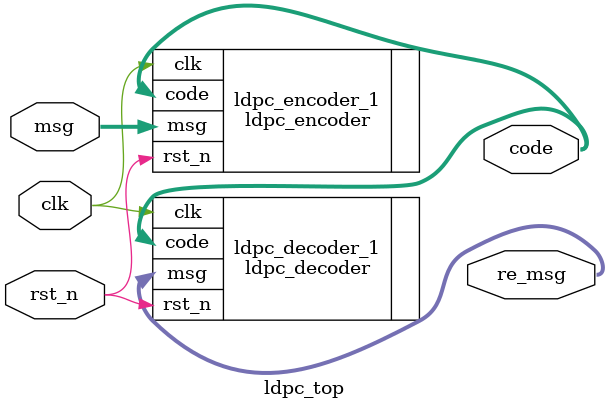
<source format=v>
`timescale 1 ns/ 1 ps
module ldpc_top(
	clk,
	rst_n,
	msg,
	code,
	re_msg
);

	input  clk;															// ÏµÍ³Ê±ÖÓ 50MHz
	input  rst_n;														// ¸´Î»ÐÅºÅ£¬µÍµçÆ½ÓÐÐ§
	input  [3:0]  msg;													// ÐÅÏ¢ÐòÁÐ 
	output [11:0] code;													// ±àÂëÐòÁÐ 
	output [3:0]  re_msg;												// ÒëÂëºó»¹Ô­µÄÐÅÏ¢ÐòÁÐ
	wire   [11:0] code;
	
	ldpc_encoder    ldpc_encoder_1(
        .clk				(   clk			        ),    
		.rst_n				(   rst_n		        ),  
		.msg				(   msg			        ),  
		.code				(   code		        ) 
		);
		
	ldpc_decoder    ldpc_decoder_1(
        .clk				(   clk			        ),    
		.rst_n				(   rst_n		        ),  
		.code				(   code		        ), 
		.msg				(   re_msg		        )  	
		);
		
endmodule
		
</source>
